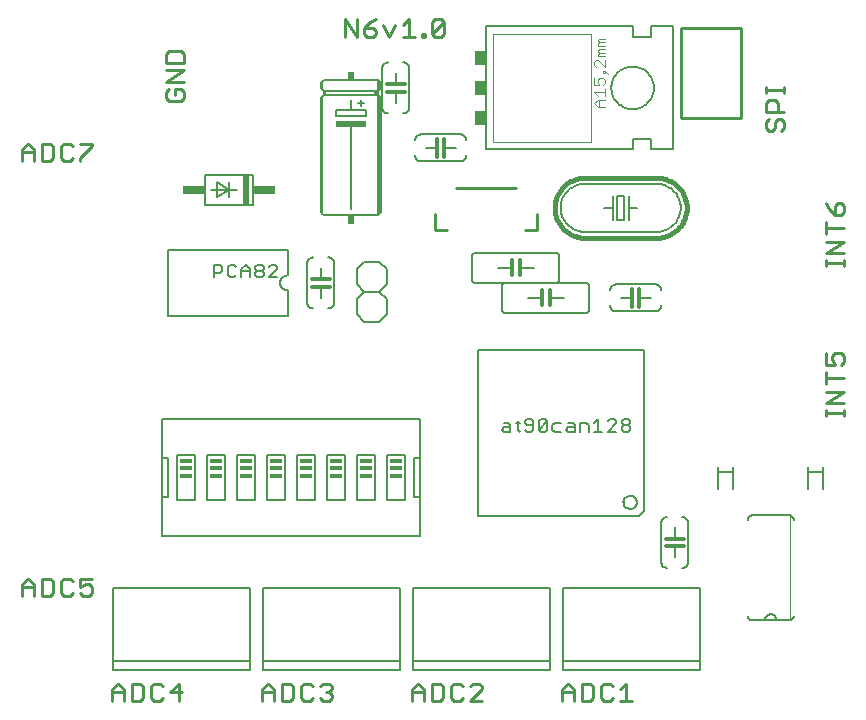
<source format=gto>
G75*
G70*
%OFA0B0*%
%FSLAX24Y24*%
%IPPOS*%
%LPD*%
%AMOC8*
5,1,8,0,0,1.08239X$1,22.5*
%
%ADD10C,0.0110*%
%ADD11C,0.0080*%
%ADD12C,0.0160*%
%ADD13C,0.0060*%
%ADD14C,0.0120*%
%ADD15R,0.0200X0.1000*%
%ADD16R,0.0750X0.0300*%
%ADD17C,0.0100*%
%ADD18R,0.1000X0.0200*%
%ADD19R,0.0200X0.0300*%
%ADD20C,0.0020*%
%ADD21C,0.0040*%
%ADD22R,0.0350X0.0500*%
%ADD23R,0.0400X0.0150*%
D10*
X003656Y000398D02*
X003656Y000791D01*
X003853Y000988D01*
X004049Y000791D01*
X004049Y000398D01*
X004300Y000398D02*
X004596Y000398D01*
X004694Y000496D01*
X004694Y000890D01*
X004596Y000988D01*
X004300Y000988D01*
X004300Y000398D01*
X004049Y000693D02*
X003656Y000693D01*
X004945Y000496D02*
X005043Y000398D01*
X005240Y000398D01*
X005339Y000496D01*
X005589Y000693D02*
X005983Y000693D01*
X005885Y000398D02*
X005885Y000988D01*
X005589Y000693D01*
X005339Y000890D02*
X005240Y000988D01*
X005043Y000988D01*
X004945Y000890D01*
X004945Y000496D01*
X008656Y000398D02*
X008656Y000791D01*
X008853Y000988D01*
X009049Y000791D01*
X009049Y000398D01*
X009300Y000398D02*
X009596Y000398D01*
X009694Y000496D01*
X009694Y000890D01*
X009596Y000988D01*
X009300Y000988D01*
X009300Y000398D01*
X009049Y000693D02*
X008656Y000693D01*
X009945Y000496D02*
X010043Y000398D01*
X010240Y000398D01*
X010339Y000496D01*
X010589Y000496D02*
X010688Y000398D01*
X010885Y000398D01*
X010983Y000496D01*
X010983Y000594D01*
X010885Y000693D01*
X010786Y000693D01*
X010885Y000693D02*
X010983Y000791D01*
X010983Y000890D01*
X010885Y000988D01*
X010688Y000988D01*
X010589Y000890D01*
X010339Y000890D02*
X010240Y000988D01*
X010043Y000988D01*
X009945Y000890D01*
X009945Y000496D01*
X013656Y000398D02*
X013656Y000791D01*
X013853Y000988D01*
X014049Y000791D01*
X014049Y000398D01*
X014300Y000398D02*
X014596Y000398D01*
X014694Y000496D01*
X014694Y000890D01*
X014596Y000988D01*
X014300Y000988D01*
X014300Y000398D01*
X014049Y000693D02*
X013656Y000693D01*
X014945Y000496D02*
X015043Y000398D01*
X015240Y000398D01*
X015339Y000496D01*
X015589Y000398D02*
X015983Y000791D01*
X015983Y000890D01*
X015885Y000988D01*
X015688Y000988D01*
X015589Y000890D01*
X015339Y000890D02*
X015240Y000988D01*
X015043Y000988D01*
X014945Y000890D01*
X014945Y000496D01*
X015589Y000398D02*
X015983Y000398D01*
X018656Y000398D02*
X018656Y000791D01*
X018853Y000988D01*
X019049Y000791D01*
X019049Y000398D01*
X019300Y000398D02*
X019596Y000398D01*
X019694Y000496D01*
X019694Y000890D01*
X019596Y000988D01*
X019300Y000988D01*
X019300Y000398D01*
X019049Y000693D02*
X018656Y000693D01*
X019945Y000496D02*
X020043Y000398D01*
X020240Y000398D01*
X020339Y000496D01*
X020589Y000398D02*
X020983Y000398D01*
X020786Y000398D02*
X020786Y000988D01*
X020589Y000791D01*
X020339Y000890D02*
X020240Y000988D01*
X020043Y000988D01*
X019945Y000890D01*
X019945Y000496D01*
X027455Y009898D02*
X027455Y010094D01*
X027455Y009996D02*
X028046Y009996D01*
X028046Y009898D02*
X028046Y010094D01*
X028046Y010327D02*
X027455Y010327D01*
X028046Y010721D01*
X027455Y010721D01*
X027455Y010972D02*
X027455Y011366D01*
X027455Y011169D02*
X028046Y011169D01*
X027947Y011616D02*
X028046Y011715D01*
X028046Y011912D01*
X027947Y012010D01*
X027751Y012010D01*
X027652Y011912D01*
X027652Y011813D01*
X027751Y011616D01*
X027455Y011616D01*
X027455Y012010D01*
X027455Y014898D02*
X027455Y015094D01*
X027455Y014996D02*
X028046Y014996D01*
X028046Y014898D02*
X028046Y015094D01*
X028046Y015327D02*
X027455Y015327D01*
X028046Y015721D01*
X027455Y015721D01*
X027455Y015972D02*
X027455Y016366D01*
X027455Y016169D02*
X028046Y016169D01*
X027947Y016616D02*
X027751Y016616D01*
X027751Y016912D01*
X027849Y017010D01*
X027947Y017010D01*
X028046Y016912D01*
X028046Y016715D01*
X027947Y016616D01*
X027751Y016616D02*
X027554Y016813D01*
X027455Y017010D01*
X025947Y019398D02*
X026046Y019496D01*
X026046Y019693D01*
X025947Y019791D01*
X025849Y019791D01*
X025751Y019693D01*
X025751Y019496D01*
X025652Y019398D01*
X025554Y019398D01*
X025455Y019496D01*
X025455Y019693D01*
X025554Y019791D01*
X025455Y020042D02*
X025455Y020337D01*
X025554Y020436D01*
X025751Y020436D01*
X025849Y020337D01*
X025849Y020042D01*
X026046Y020042D02*
X025455Y020042D01*
X025455Y020687D02*
X025455Y020884D01*
X025455Y020785D02*
X026046Y020785D01*
X026046Y020687D02*
X026046Y020884D01*
X014700Y022646D02*
X014601Y022548D01*
X014405Y022548D01*
X014306Y022646D01*
X014700Y023040D01*
X014700Y022646D01*
X014306Y022646D02*
X014306Y023040D01*
X014405Y023138D01*
X014601Y023138D01*
X014700Y023040D01*
X014082Y022646D02*
X014082Y022548D01*
X013984Y022548D01*
X013984Y022646D01*
X014082Y022646D01*
X013733Y022548D02*
X013339Y022548D01*
X013536Y022548D02*
X013536Y023138D01*
X013339Y022941D01*
X013089Y022941D02*
X012892Y022548D01*
X012695Y022941D01*
X012444Y022744D02*
X012346Y022843D01*
X012050Y022843D01*
X012050Y022646D01*
X012149Y022548D01*
X012346Y022548D01*
X012444Y022646D01*
X012444Y022744D01*
X012247Y023040D02*
X012050Y022843D01*
X012247Y023040D02*
X012444Y023138D01*
X011799Y023138D02*
X011799Y022548D01*
X011406Y023138D01*
X011406Y022548D01*
X006046Y021982D02*
X006046Y021687D01*
X005455Y021687D01*
X005455Y021982D01*
X005554Y022080D01*
X005947Y022080D01*
X006046Y021982D01*
X006046Y021436D02*
X005455Y021436D01*
X005455Y021042D02*
X006046Y021436D01*
X006046Y021042D02*
X005455Y021042D01*
X005554Y020791D02*
X005455Y020693D01*
X005455Y020496D01*
X005554Y020398D01*
X005947Y020398D01*
X006046Y020496D01*
X006046Y020693D01*
X005947Y020791D01*
X005751Y020791D01*
X005751Y020594D01*
X002983Y018988D02*
X002983Y018890D01*
X002589Y018496D01*
X002589Y018398D01*
X002339Y018496D02*
X002240Y018398D01*
X002043Y018398D01*
X001945Y018496D01*
X001945Y018890D01*
X002043Y018988D01*
X002240Y018988D01*
X002339Y018890D01*
X002589Y018988D02*
X002983Y018988D01*
X001694Y018890D02*
X001694Y018496D01*
X001596Y018398D01*
X001300Y018398D01*
X001300Y018988D01*
X001596Y018988D01*
X001694Y018890D01*
X001049Y018791D02*
X001049Y018398D01*
X001049Y018693D02*
X000656Y018693D01*
X000656Y018791D02*
X000853Y018988D01*
X001049Y018791D01*
X000656Y018791D02*
X000656Y018398D01*
X000853Y004488D02*
X001049Y004291D01*
X001049Y003898D01*
X001300Y003898D02*
X001596Y003898D01*
X001694Y003996D01*
X001694Y004390D01*
X001596Y004488D01*
X001300Y004488D01*
X001300Y003898D01*
X001049Y004193D02*
X000656Y004193D01*
X000656Y004291D02*
X000853Y004488D01*
X000656Y004291D02*
X000656Y003898D01*
X001945Y003996D02*
X002043Y003898D01*
X002240Y003898D01*
X002339Y003996D01*
X002589Y003996D02*
X002688Y003898D01*
X002885Y003898D01*
X002983Y003996D01*
X002983Y004193D01*
X002885Y004291D01*
X002786Y004291D01*
X002589Y004193D01*
X002589Y004488D01*
X002983Y004488D01*
X002339Y004390D02*
X002240Y004488D01*
X002043Y004488D01*
X001945Y004390D01*
X001945Y003996D01*
D11*
X003695Y004181D02*
X003695Y001740D01*
X008262Y001740D01*
X008262Y001425D01*
X003695Y001425D01*
X003695Y001740D01*
X003695Y004181D02*
X008262Y004181D01*
X008262Y001740D01*
X008695Y001740D02*
X013262Y001740D01*
X013262Y001425D01*
X008695Y001425D01*
X008695Y001740D01*
X008695Y004181D01*
X013262Y004181D01*
X013262Y001740D01*
X013695Y001740D02*
X013695Y001425D01*
X018262Y001425D01*
X018262Y001740D01*
X013695Y001740D01*
X013695Y004181D01*
X018262Y004181D01*
X018262Y001740D01*
X018695Y001740D02*
X023262Y001740D01*
X023262Y001425D01*
X018695Y001425D01*
X018695Y001740D01*
X018695Y004181D01*
X023262Y004181D01*
X023262Y001740D01*
X023845Y007488D02*
X023845Y008040D01*
X024357Y008040D01*
X024357Y007488D01*
X024357Y008040D02*
X024357Y008197D01*
X023845Y008197D02*
X023845Y008040D01*
X020911Y009453D02*
X020841Y009383D01*
X020701Y009383D01*
X020631Y009453D01*
X020631Y009523D01*
X020701Y009593D01*
X020841Y009593D01*
X020911Y009523D01*
X020911Y009453D01*
X020841Y009593D02*
X020911Y009663D01*
X020911Y009733D01*
X020841Y009803D01*
X020701Y009803D01*
X020631Y009733D01*
X020631Y009663D01*
X020701Y009593D01*
X020450Y009663D02*
X020450Y009733D01*
X020380Y009803D01*
X020240Y009803D01*
X020170Y009733D01*
X020450Y009663D02*
X020170Y009383D01*
X020450Y009383D01*
X019990Y009383D02*
X019710Y009383D01*
X019850Y009383D02*
X019850Y009803D01*
X019710Y009663D01*
X019530Y009593D02*
X019530Y009383D01*
X019530Y009593D02*
X019460Y009663D01*
X019249Y009663D01*
X019249Y009383D01*
X019069Y009383D02*
X018859Y009383D01*
X018789Y009453D01*
X018859Y009523D01*
X019069Y009523D01*
X019069Y009593D02*
X019069Y009383D01*
X019069Y009593D02*
X018999Y009663D01*
X018859Y009663D01*
X018609Y009663D02*
X018399Y009663D01*
X018329Y009593D01*
X018329Y009453D01*
X018399Y009383D01*
X018609Y009383D01*
X018149Y009453D02*
X018149Y009733D01*
X017868Y009453D01*
X017938Y009383D01*
X018079Y009383D01*
X018149Y009453D01*
X018149Y009733D02*
X018079Y009803D01*
X017938Y009803D01*
X017868Y009733D01*
X017868Y009453D01*
X017688Y009453D02*
X017688Y009733D01*
X017618Y009803D01*
X017478Y009803D01*
X017408Y009733D01*
X017408Y009663D01*
X017478Y009593D01*
X017688Y009593D01*
X017688Y009453D02*
X017618Y009383D01*
X017478Y009383D01*
X017408Y009453D01*
X017241Y009383D02*
X017171Y009453D01*
X017171Y009733D01*
X017101Y009663D02*
X017241Y009663D01*
X016921Y009593D02*
X016921Y009383D01*
X016711Y009383D01*
X016641Y009453D01*
X016711Y009523D01*
X016921Y009523D01*
X016921Y009593D02*
X016851Y009663D01*
X016711Y009663D01*
X013901Y009793D02*
X013901Y008493D01*
X013901Y007193D01*
X013701Y007193D01*
X013701Y008493D01*
X013901Y008493D01*
X013401Y008593D02*
X012801Y008593D01*
X012801Y007093D01*
X013401Y007093D01*
X013401Y008593D01*
X012401Y008593D02*
X011801Y008593D01*
X011801Y007093D01*
X012401Y007093D01*
X012401Y008593D01*
X011401Y008593D02*
X010801Y008593D01*
X010801Y007093D01*
X011401Y007093D01*
X011401Y008593D01*
X010401Y008593D02*
X009801Y008593D01*
X009801Y007093D01*
X010401Y007093D01*
X010401Y008593D01*
X009401Y008593D02*
X008801Y008593D01*
X008801Y007093D01*
X009401Y007093D01*
X009401Y008593D01*
X008401Y008593D02*
X007801Y008593D01*
X007801Y007093D01*
X008401Y007093D01*
X008401Y008593D01*
X007401Y008593D02*
X006801Y008593D01*
X006801Y007093D01*
X007401Y007093D01*
X007401Y008593D01*
X006401Y008593D02*
X005801Y008593D01*
X005801Y007093D01*
X006401Y007093D01*
X006401Y008593D01*
X005501Y008493D02*
X005301Y008493D01*
X005301Y007193D01*
X005301Y005893D01*
X013901Y005893D01*
X013901Y007193D01*
X013901Y009793D02*
X005301Y009793D01*
X005301Y008493D01*
X005501Y008493D02*
X005501Y007193D01*
X005301Y007193D01*
X007041Y014533D02*
X007041Y014953D01*
X007251Y014953D01*
X007321Y014883D01*
X007321Y014743D01*
X007251Y014673D01*
X007041Y014673D01*
X007501Y014603D02*
X007571Y014533D01*
X007711Y014533D01*
X007781Y014603D01*
X007961Y014533D02*
X007961Y014813D01*
X008102Y014953D01*
X008242Y014813D01*
X008242Y014533D01*
X008422Y014603D02*
X008422Y014673D01*
X008492Y014743D01*
X008632Y014743D01*
X008702Y014673D01*
X008702Y014603D01*
X008632Y014533D01*
X008492Y014533D01*
X008422Y014603D01*
X008492Y014743D02*
X008422Y014813D01*
X008422Y014883D01*
X008492Y014953D01*
X008632Y014953D01*
X008702Y014883D01*
X008702Y014813D01*
X008632Y014743D01*
X008882Y014883D02*
X008952Y014953D01*
X009092Y014953D01*
X009162Y014883D01*
X009162Y014813D01*
X008882Y014533D01*
X009162Y014533D01*
X008242Y014743D02*
X007961Y014743D01*
X007781Y014883D02*
X007711Y014953D01*
X007571Y014953D01*
X007501Y014883D01*
X007501Y014603D01*
X026845Y008197D02*
X026845Y008040D01*
X027357Y008040D01*
X027357Y007488D01*
X026845Y007488D02*
X026845Y008040D01*
X027357Y008040D02*
X027357Y008197D01*
D12*
X021801Y015843D02*
X019401Y015843D01*
X019339Y015845D01*
X019278Y015851D01*
X019217Y015860D01*
X019157Y015873D01*
X019098Y015890D01*
X019040Y015911D01*
X018983Y015935D01*
X018928Y015962D01*
X018875Y015993D01*
X018823Y016027D01*
X018774Y016064D01*
X018727Y016104D01*
X018683Y016147D01*
X018642Y016192D01*
X018603Y016240D01*
X018567Y016291D01*
X018535Y016343D01*
X018506Y016397D01*
X018480Y016453D01*
X018458Y016511D01*
X018439Y016569D01*
X018424Y016629D01*
X018413Y016690D01*
X018405Y016751D01*
X018401Y016812D01*
X018401Y016874D01*
X018405Y016935D01*
X018413Y016996D01*
X018424Y017057D01*
X018439Y017117D01*
X018458Y017175D01*
X018480Y017233D01*
X018506Y017289D01*
X018535Y017343D01*
X018567Y017395D01*
X018603Y017446D01*
X018642Y017494D01*
X018683Y017539D01*
X018727Y017582D01*
X018774Y017622D01*
X018823Y017659D01*
X018875Y017693D01*
X018928Y017724D01*
X018983Y017751D01*
X019040Y017775D01*
X019098Y017796D01*
X019157Y017813D01*
X019217Y017826D01*
X019278Y017835D01*
X019339Y017841D01*
X019401Y017843D01*
X021801Y017843D01*
X021863Y017841D01*
X021924Y017835D01*
X021985Y017826D01*
X022045Y017813D01*
X022104Y017796D01*
X022162Y017775D01*
X022219Y017751D01*
X022274Y017724D01*
X022327Y017693D01*
X022379Y017659D01*
X022428Y017622D01*
X022475Y017582D01*
X022519Y017539D01*
X022560Y017494D01*
X022599Y017446D01*
X022635Y017395D01*
X022667Y017343D01*
X022696Y017289D01*
X022722Y017233D01*
X022744Y017175D01*
X022763Y017117D01*
X022778Y017057D01*
X022789Y016996D01*
X022797Y016935D01*
X022801Y016874D01*
X022801Y016812D01*
X022797Y016751D01*
X022789Y016690D01*
X022778Y016629D01*
X022763Y016569D01*
X022744Y016511D01*
X022722Y016453D01*
X022696Y016397D01*
X022667Y016343D01*
X022635Y016291D01*
X022599Y016240D01*
X022560Y016192D01*
X022519Y016147D01*
X022475Y016104D01*
X022428Y016064D01*
X022379Y016027D01*
X022327Y015993D01*
X022274Y015962D01*
X022219Y015935D01*
X022162Y015911D01*
X022104Y015890D01*
X022045Y015873D01*
X021985Y015860D01*
X021924Y015851D01*
X021863Y015845D01*
X021801Y015843D01*
D13*
X021801Y016043D02*
X019401Y016043D01*
X019345Y016045D01*
X019290Y016051D01*
X019235Y016060D01*
X019180Y016074D01*
X019127Y016091D01*
X019076Y016112D01*
X019025Y016137D01*
X018977Y016165D01*
X018931Y016196D01*
X018887Y016230D01*
X018845Y016268D01*
X018806Y016308D01*
X018771Y016350D01*
X018738Y016396D01*
X018708Y016443D01*
X018682Y016492D01*
X018659Y016543D01*
X018640Y016596D01*
X018625Y016649D01*
X018613Y016704D01*
X018605Y016759D01*
X018601Y016815D01*
X018601Y016871D01*
X018605Y016927D01*
X018613Y016982D01*
X018625Y017037D01*
X018640Y017090D01*
X018659Y017143D01*
X018682Y017194D01*
X018708Y017243D01*
X018738Y017290D01*
X018771Y017336D01*
X018806Y017378D01*
X018845Y017418D01*
X018887Y017456D01*
X018931Y017490D01*
X018977Y017521D01*
X019025Y017549D01*
X019076Y017574D01*
X019127Y017595D01*
X019180Y017612D01*
X019235Y017626D01*
X019290Y017635D01*
X019345Y017641D01*
X019401Y017643D01*
X021801Y017643D01*
X020871Y017243D02*
X020871Y016843D01*
X020871Y016443D01*
X020721Y016443D02*
X020721Y017243D01*
X020471Y017243D01*
X020471Y016443D01*
X020721Y016443D01*
X020331Y016443D02*
X020331Y016843D01*
X020051Y016843D01*
X020331Y016843D02*
X020331Y017243D01*
X020871Y016843D02*
X021151Y016843D01*
X021801Y016043D02*
X021857Y016045D01*
X021912Y016051D01*
X021967Y016060D01*
X022022Y016074D01*
X022075Y016091D01*
X022126Y016112D01*
X022177Y016137D01*
X022225Y016165D01*
X022271Y016196D01*
X022315Y016230D01*
X022357Y016268D01*
X022396Y016308D01*
X022431Y016350D01*
X022464Y016396D01*
X022494Y016443D01*
X022520Y016492D01*
X022543Y016543D01*
X022562Y016596D01*
X022577Y016649D01*
X022589Y016704D01*
X022597Y016759D01*
X022601Y016815D01*
X022601Y016871D01*
X022597Y016927D01*
X022589Y016982D01*
X022577Y017037D01*
X022562Y017090D01*
X022543Y017143D01*
X022520Y017194D01*
X022494Y017243D01*
X022464Y017290D01*
X022431Y017336D01*
X022396Y017378D01*
X022357Y017418D01*
X022315Y017456D01*
X022271Y017490D01*
X022225Y017521D01*
X022177Y017549D01*
X022126Y017574D01*
X022075Y017595D01*
X022022Y017612D01*
X021967Y017626D01*
X021912Y017635D01*
X021857Y017641D01*
X021801Y017643D01*
X021601Y018793D02*
X022351Y018793D01*
X022351Y022893D01*
X021601Y022893D01*
X021601Y022543D01*
X021001Y022543D01*
X021001Y022893D01*
X016101Y022893D01*
X016101Y018793D01*
X021001Y018793D01*
X021001Y019143D01*
X021601Y019143D01*
X021601Y018793D01*
X020291Y020843D02*
X020293Y020896D01*
X020299Y020949D01*
X020309Y021001D01*
X020323Y021052D01*
X020340Y021102D01*
X020361Y021151D01*
X020386Y021198D01*
X020414Y021243D01*
X020446Y021286D01*
X020481Y021326D01*
X020518Y021363D01*
X020558Y021398D01*
X020601Y021430D01*
X020646Y021458D01*
X020693Y021483D01*
X020742Y021504D01*
X020792Y021521D01*
X020843Y021535D01*
X020895Y021545D01*
X020948Y021551D01*
X021001Y021553D01*
X021054Y021551D01*
X021107Y021545D01*
X021159Y021535D01*
X021210Y021521D01*
X021260Y021504D01*
X021309Y021483D01*
X021356Y021458D01*
X021401Y021430D01*
X021444Y021398D01*
X021484Y021363D01*
X021521Y021326D01*
X021556Y021286D01*
X021588Y021243D01*
X021616Y021198D01*
X021641Y021151D01*
X021662Y021102D01*
X021679Y021052D01*
X021693Y021001D01*
X021703Y020949D01*
X021709Y020896D01*
X021711Y020843D01*
X021709Y020790D01*
X021703Y020737D01*
X021693Y020685D01*
X021679Y020634D01*
X021662Y020584D01*
X021641Y020535D01*
X021616Y020488D01*
X021588Y020443D01*
X021556Y020400D01*
X021521Y020360D01*
X021484Y020323D01*
X021444Y020288D01*
X021401Y020256D01*
X021356Y020228D01*
X021309Y020203D01*
X021260Y020182D01*
X021210Y020165D01*
X021159Y020151D01*
X021107Y020141D01*
X021054Y020135D01*
X021001Y020133D01*
X020948Y020135D01*
X020895Y020141D01*
X020843Y020151D01*
X020792Y020165D01*
X020742Y020182D01*
X020693Y020203D01*
X020646Y020228D01*
X020601Y020256D01*
X020558Y020288D01*
X020518Y020323D01*
X020481Y020360D01*
X020446Y020400D01*
X020414Y020443D01*
X020386Y020488D01*
X020361Y020535D01*
X020340Y020584D01*
X020323Y020634D01*
X020309Y020685D01*
X020299Y020737D01*
X020293Y020790D01*
X020291Y020843D01*
X015251Y019293D02*
X013951Y019293D01*
X013925Y019291D01*
X013899Y019286D01*
X013874Y019278D01*
X013851Y019266D01*
X013829Y019252D01*
X013810Y019234D01*
X013792Y019215D01*
X013778Y019193D01*
X013766Y019170D01*
X013758Y019145D01*
X013753Y019119D01*
X013751Y019093D01*
X014101Y018843D02*
X014471Y018843D01*
X014721Y018843D02*
X015101Y018843D01*
X015451Y019093D02*
X015449Y019119D01*
X015444Y019145D01*
X015436Y019170D01*
X015424Y019193D01*
X015410Y019215D01*
X015392Y019234D01*
X015373Y019252D01*
X015351Y019266D01*
X015328Y019278D01*
X015303Y019286D01*
X015277Y019291D01*
X015251Y019293D01*
X015451Y018593D02*
X015449Y018567D01*
X015444Y018541D01*
X015436Y018516D01*
X015424Y018493D01*
X015410Y018471D01*
X015392Y018452D01*
X015373Y018434D01*
X015351Y018420D01*
X015328Y018408D01*
X015303Y018400D01*
X015277Y018395D01*
X015251Y018393D01*
X013951Y018393D01*
X013925Y018395D01*
X013899Y018400D01*
X013874Y018408D01*
X013851Y018420D01*
X013829Y018434D01*
X013810Y018452D01*
X013792Y018471D01*
X013778Y018493D01*
X013766Y018516D01*
X013758Y018541D01*
X013753Y018567D01*
X013751Y018593D01*
X013551Y020193D02*
X013551Y021493D01*
X013549Y021519D01*
X013544Y021545D01*
X013536Y021570D01*
X013524Y021593D01*
X013510Y021615D01*
X013492Y021634D01*
X013473Y021652D01*
X013451Y021666D01*
X013428Y021678D01*
X013403Y021686D01*
X013377Y021691D01*
X013351Y021693D01*
X013101Y021343D02*
X013101Y020963D01*
X013101Y020713D02*
X013101Y020343D01*
X013351Y019993D02*
X013377Y019995D01*
X013403Y020000D01*
X013428Y020008D01*
X013451Y020020D01*
X013473Y020034D01*
X013492Y020052D01*
X013510Y020071D01*
X013524Y020093D01*
X013536Y020116D01*
X013544Y020141D01*
X013549Y020167D01*
X013551Y020193D01*
X012851Y019993D02*
X012825Y019995D01*
X012799Y020000D01*
X012774Y020008D01*
X012751Y020020D01*
X012729Y020034D01*
X012710Y020052D01*
X012692Y020071D01*
X012678Y020093D01*
X012666Y020116D01*
X012658Y020141D01*
X012653Y020167D01*
X012651Y020193D01*
X012651Y021493D01*
X012653Y021519D01*
X012658Y021545D01*
X012666Y021570D01*
X012678Y021593D01*
X012692Y021615D01*
X012710Y021634D01*
X012729Y021652D01*
X012751Y021666D01*
X012774Y021678D01*
X012799Y021686D01*
X012825Y021691D01*
X012851Y021693D01*
X012501Y021093D02*
X012501Y020743D01*
X012501Y020593D01*
X012501Y016593D01*
X010701Y016593D01*
X010651Y016643D01*
X010601Y016693D01*
X010601Y020493D01*
X010621Y020493D01*
X010621Y016693D01*
X010651Y016643D02*
X010651Y020543D01*
X010601Y020493D01*
X010651Y020543D02*
X010701Y020593D01*
X010721Y020593D01*
X010721Y020743D01*
X010701Y020743D01*
X010651Y020793D01*
X010651Y021043D01*
X010601Y020993D01*
X010621Y020993D01*
X010621Y020843D01*
X010601Y020843D02*
X010601Y020993D01*
X010651Y021043D02*
X010701Y021093D01*
X012501Y021093D01*
X012601Y020993D01*
X012601Y020843D01*
X012501Y020743D01*
X012401Y020743D01*
X010751Y020743D01*
X010751Y020593D01*
X010721Y020593D01*
X010701Y020593D02*
X010701Y020743D01*
X010721Y020743D02*
X010751Y020743D01*
X010651Y020793D02*
X010601Y020843D01*
X010751Y020593D02*
X012401Y020593D01*
X012401Y020743D01*
X012401Y020593D02*
X012501Y020593D01*
X012601Y020493D01*
X012601Y016693D01*
X012501Y016593D01*
X011601Y016793D02*
X011601Y019593D01*
X011101Y019893D02*
X012101Y019893D01*
X012101Y020093D01*
X011601Y020093D01*
X011101Y020093D01*
X011101Y019893D01*
X011601Y020093D02*
X011601Y020443D01*
X011851Y020343D02*
X012051Y020343D01*
X011951Y020443D02*
X011951Y020243D01*
X008351Y017943D02*
X008351Y016943D01*
X006751Y016943D01*
X006751Y017943D01*
X008351Y017943D01*
X007801Y017443D02*
X007551Y017443D01*
X007551Y017693D01*
X007551Y017443D02*
X007551Y017193D01*
X007551Y017443D02*
X007151Y017193D01*
X007151Y017693D01*
X007551Y017443D01*
X006951Y017443D01*
X005501Y015443D02*
X005501Y013243D01*
X009501Y013243D01*
X009501Y014093D01*
X009471Y014095D01*
X009441Y014100D01*
X009412Y014109D01*
X009385Y014122D01*
X009359Y014137D01*
X009335Y014156D01*
X009314Y014177D01*
X009295Y014201D01*
X009280Y014227D01*
X009267Y014254D01*
X009258Y014283D01*
X009253Y014313D01*
X009251Y014343D01*
X009253Y014373D01*
X009258Y014403D01*
X009267Y014432D01*
X009280Y014459D01*
X009295Y014485D01*
X009314Y014509D01*
X009335Y014530D01*
X009359Y014549D01*
X009385Y014564D01*
X009412Y014577D01*
X009441Y014586D01*
X009471Y014591D01*
X009501Y014593D01*
X009501Y015443D01*
X005501Y015443D01*
X010151Y014993D02*
X010151Y013693D01*
X010153Y013667D01*
X010158Y013641D01*
X010166Y013616D01*
X010178Y013593D01*
X010192Y013571D01*
X010210Y013552D01*
X010229Y013534D01*
X010251Y013520D01*
X010274Y013508D01*
X010299Y013500D01*
X010325Y013495D01*
X010351Y013493D01*
X010601Y013843D02*
X010601Y014213D01*
X010601Y014463D02*
X010601Y014843D01*
X010851Y015193D02*
X010877Y015191D01*
X010903Y015186D01*
X010928Y015178D01*
X010951Y015166D01*
X010973Y015152D01*
X010992Y015134D01*
X011010Y015115D01*
X011024Y015093D01*
X011036Y015070D01*
X011044Y015045D01*
X011049Y015019D01*
X011051Y014993D01*
X011051Y013693D01*
X011049Y013667D01*
X011044Y013641D01*
X011036Y013616D01*
X011024Y013593D01*
X011010Y013571D01*
X010992Y013552D01*
X010973Y013534D01*
X010951Y013520D01*
X010928Y013508D01*
X010903Y013500D01*
X010877Y013495D01*
X010851Y013493D01*
X011801Y013293D02*
X012051Y013043D01*
X012551Y013043D01*
X012801Y013293D01*
X012801Y013793D01*
X012551Y014043D01*
X012801Y014293D01*
X012801Y014793D01*
X012551Y015043D01*
X012051Y015043D01*
X011801Y014793D01*
X011801Y014293D01*
X012051Y014043D01*
X012551Y014043D01*
X012051Y014043D02*
X011801Y013793D01*
X011801Y013293D01*
X010151Y014993D02*
X010153Y015019D01*
X010158Y015045D01*
X010166Y015070D01*
X010178Y015093D01*
X010192Y015115D01*
X010210Y015134D01*
X010229Y015152D01*
X010251Y015166D01*
X010274Y015178D01*
X010299Y015186D01*
X010325Y015191D01*
X010351Y015193D01*
X015651Y015243D02*
X015651Y014443D01*
X015653Y014426D01*
X015657Y014409D01*
X015664Y014393D01*
X015674Y014379D01*
X015687Y014366D01*
X015701Y014356D01*
X015717Y014349D01*
X015734Y014345D01*
X015751Y014343D01*
X018451Y014343D01*
X018468Y014345D01*
X018485Y014349D01*
X018501Y014356D01*
X018515Y014366D01*
X018528Y014379D01*
X018538Y014393D01*
X018545Y014409D01*
X018549Y014426D01*
X018551Y014443D01*
X018551Y015243D01*
X018549Y015260D01*
X018545Y015277D01*
X018538Y015293D01*
X018528Y015307D01*
X018515Y015320D01*
X018501Y015330D01*
X018485Y015337D01*
X018468Y015341D01*
X018451Y015343D01*
X015751Y015343D01*
X015734Y015341D01*
X015717Y015337D01*
X015701Y015330D01*
X015687Y015320D01*
X015674Y015307D01*
X015664Y015293D01*
X015657Y015277D01*
X015653Y015260D01*
X015651Y015243D01*
X016501Y014843D02*
X016981Y014843D01*
X017231Y014843D02*
X017701Y014843D01*
X017501Y013843D02*
X017981Y013843D01*
X018231Y013843D02*
X018701Y013843D01*
X019451Y014343D02*
X019468Y014341D01*
X019485Y014337D01*
X019501Y014330D01*
X019515Y014320D01*
X019528Y014307D01*
X019538Y014293D01*
X019545Y014277D01*
X019549Y014260D01*
X019551Y014243D01*
X019551Y013443D01*
X019549Y013426D01*
X019545Y013409D01*
X019538Y013393D01*
X019528Y013379D01*
X019515Y013366D01*
X019501Y013356D01*
X019485Y013349D01*
X019468Y013345D01*
X019451Y013343D01*
X016751Y013343D01*
X016734Y013345D01*
X016717Y013349D01*
X016701Y013356D01*
X016687Y013366D01*
X016674Y013379D01*
X016664Y013393D01*
X016657Y013409D01*
X016653Y013426D01*
X016651Y013443D01*
X016651Y014243D01*
X016653Y014260D01*
X016657Y014277D01*
X016664Y014293D01*
X016674Y014307D01*
X016687Y014320D01*
X016701Y014330D01*
X016717Y014337D01*
X016734Y014341D01*
X016751Y014343D01*
X019451Y014343D01*
X020451Y014293D02*
X021751Y014293D01*
X021777Y014291D01*
X021803Y014286D01*
X021828Y014278D01*
X021851Y014266D01*
X021873Y014252D01*
X021892Y014234D01*
X021910Y014215D01*
X021924Y014193D01*
X021936Y014170D01*
X021944Y014145D01*
X021949Y014119D01*
X021951Y014093D01*
X021601Y013843D02*
X021221Y013843D01*
X020971Y013843D02*
X020601Y013843D01*
X020251Y014093D02*
X020253Y014119D01*
X020258Y014145D01*
X020266Y014170D01*
X020278Y014193D01*
X020292Y014215D01*
X020310Y014234D01*
X020329Y014252D01*
X020351Y014266D01*
X020374Y014278D01*
X020399Y014286D01*
X020425Y014291D01*
X020451Y014293D01*
X020251Y013593D02*
X020253Y013567D01*
X020258Y013541D01*
X020266Y013516D01*
X020278Y013493D01*
X020292Y013471D01*
X020310Y013452D01*
X020329Y013434D01*
X020351Y013420D01*
X020374Y013408D01*
X020399Y013400D01*
X020425Y013395D01*
X020451Y013393D01*
X021751Y013393D01*
X021777Y013395D01*
X021803Y013400D01*
X021828Y013408D01*
X021851Y013420D01*
X021873Y013434D01*
X021892Y013452D01*
X021910Y013471D01*
X021924Y013493D01*
X021936Y013516D01*
X021944Y013541D01*
X021949Y013567D01*
X021951Y013593D01*
X021371Y012113D02*
X021371Y006743D01*
X021201Y006573D01*
X015831Y006573D01*
X015831Y012113D01*
X021371Y012113D01*
X020696Y007028D02*
X020698Y007057D01*
X020704Y007086D01*
X020713Y007114D01*
X020727Y007140D01*
X020743Y007164D01*
X020763Y007186D01*
X020786Y007205D01*
X020810Y007221D01*
X020837Y007233D01*
X020865Y007242D01*
X020894Y007247D01*
X020923Y007248D01*
X020953Y007245D01*
X020981Y007238D01*
X021009Y007228D01*
X021034Y007213D01*
X021058Y007196D01*
X021079Y007176D01*
X021097Y007153D01*
X021112Y007127D01*
X021124Y007100D01*
X021132Y007072D01*
X021136Y007043D01*
X021136Y007013D01*
X021132Y006984D01*
X021124Y006956D01*
X021112Y006929D01*
X021097Y006903D01*
X021079Y006880D01*
X021058Y006860D01*
X021034Y006843D01*
X021009Y006828D01*
X020981Y006818D01*
X020953Y006811D01*
X020923Y006808D01*
X020894Y006809D01*
X020865Y006814D01*
X020837Y006823D01*
X020810Y006835D01*
X020786Y006851D01*
X020763Y006870D01*
X020743Y006892D01*
X020727Y006916D01*
X020713Y006942D01*
X020704Y006970D01*
X020698Y006999D01*
X020696Y007028D01*
X021951Y006343D02*
X021951Y005043D01*
X021953Y005017D01*
X021958Y004991D01*
X021966Y004966D01*
X021978Y004943D01*
X021992Y004921D01*
X022010Y004902D01*
X022029Y004884D01*
X022051Y004870D01*
X022074Y004858D01*
X022099Y004850D01*
X022125Y004845D01*
X022151Y004843D01*
X022401Y005193D02*
X022401Y005563D01*
X022401Y005813D02*
X022401Y006193D01*
X022651Y006543D02*
X022677Y006541D01*
X022703Y006536D01*
X022728Y006528D01*
X022751Y006516D01*
X022773Y006502D01*
X022792Y006484D01*
X022810Y006465D01*
X022824Y006443D01*
X022836Y006420D01*
X022844Y006395D01*
X022849Y006369D01*
X022851Y006343D01*
X022851Y005043D01*
X022849Y005017D01*
X022844Y004991D01*
X022836Y004966D01*
X022824Y004943D01*
X022810Y004921D01*
X022792Y004902D01*
X022773Y004884D01*
X022751Y004870D01*
X022728Y004858D01*
X022703Y004850D01*
X022677Y004845D01*
X022651Y004843D01*
X021951Y006343D02*
X021953Y006369D01*
X021958Y006395D01*
X021966Y006420D01*
X021978Y006443D01*
X021992Y006465D01*
X022010Y006484D01*
X022029Y006502D01*
X022051Y006516D01*
X022074Y006528D01*
X022099Y006536D01*
X022125Y006541D01*
X022151Y006543D01*
X024981Y006593D02*
X026221Y006593D01*
X026244Y006591D01*
X026267Y006586D01*
X026289Y006577D01*
X026309Y006564D01*
X026327Y006549D01*
X026342Y006531D01*
X026355Y006511D01*
X026364Y006489D01*
X026369Y006466D01*
X026371Y006443D01*
X024981Y006593D02*
X024958Y006591D01*
X024935Y006586D01*
X024913Y006577D01*
X024893Y006564D01*
X024875Y006549D01*
X024860Y006531D01*
X024847Y006511D01*
X024838Y006489D01*
X024833Y006466D01*
X024831Y006443D01*
X024831Y003243D02*
X024833Y003220D01*
X024838Y003197D01*
X024847Y003175D01*
X024860Y003155D01*
X024875Y003137D01*
X024893Y003122D01*
X024913Y003109D01*
X024935Y003100D01*
X024958Y003095D01*
X024981Y003093D01*
X025401Y003093D01*
X025801Y003093D01*
X026221Y003093D01*
X026244Y003095D01*
X026267Y003100D01*
X026289Y003109D01*
X026309Y003122D01*
X026327Y003137D01*
X026342Y003155D01*
X026355Y003175D01*
X026364Y003197D01*
X026369Y003220D01*
X026371Y003243D01*
X025801Y003093D02*
X025799Y003120D01*
X025794Y003147D01*
X025784Y003173D01*
X025772Y003197D01*
X025756Y003219D01*
X025738Y003239D01*
X025716Y003256D01*
X025693Y003271D01*
X025668Y003281D01*
X025642Y003289D01*
X025615Y003293D01*
X025587Y003293D01*
X025560Y003289D01*
X025534Y003281D01*
X025509Y003271D01*
X025486Y003256D01*
X025464Y003239D01*
X025446Y003219D01*
X025430Y003197D01*
X025418Y003173D01*
X025408Y003147D01*
X025403Y003120D01*
X025401Y003093D01*
D14*
X022701Y005563D02*
X022401Y005563D01*
X022101Y005563D01*
X022101Y005813D02*
X022401Y005813D01*
X022701Y005813D01*
X021221Y013543D02*
X021221Y013843D01*
X021221Y014143D01*
X020971Y014143D02*
X020971Y013843D01*
X020971Y013543D01*
X018231Y013593D02*
X018231Y013843D01*
X018231Y014093D01*
X017981Y014093D02*
X017981Y013843D01*
X017981Y013593D01*
X017231Y014593D02*
X017231Y014843D01*
X017231Y015093D01*
X016981Y015093D02*
X016981Y014843D01*
X016981Y014593D01*
X012551Y016693D02*
X012551Y020493D01*
X012451Y020643D02*
X012451Y020693D01*
X012551Y020843D02*
X012551Y020993D01*
X012801Y020963D02*
X013101Y020963D01*
X013401Y020963D01*
X013401Y020713D02*
X013101Y020713D01*
X012801Y020713D01*
X014471Y019143D02*
X014471Y018843D01*
X014471Y018543D01*
X014721Y018543D02*
X014721Y018843D01*
X014721Y019143D01*
X010901Y014463D02*
X010601Y014463D01*
X010301Y014463D01*
X010301Y014213D02*
X010601Y014213D01*
X010901Y014213D01*
D15*
X008101Y017443D03*
D16*
X008726Y017443D03*
X006376Y017443D03*
D17*
X014401Y016643D02*
X014401Y016093D01*
X014801Y016093D01*
X015101Y017493D02*
X017101Y017493D01*
X017801Y016643D02*
X017801Y016093D01*
X017401Y016093D01*
X022601Y019843D02*
X024601Y019843D01*
X024601Y022843D01*
X022601Y022843D01*
X022601Y019843D01*
D18*
X011601Y019643D03*
D19*
X011601Y021243D03*
X011601Y016443D03*
D20*
X016351Y019043D02*
X019601Y019043D01*
X019601Y022643D01*
X016351Y022643D01*
X016351Y019043D01*
X026231Y006593D02*
X026231Y003093D01*
D21*
X020071Y020219D02*
X019837Y020219D01*
X019721Y020335D01*
X019837Y020452D01*
X020071Y020452D01*
X020071Y020578D02*
X020071Y020811D01*
X020071Y020694D02*
X019721Y020694D01*
X019837Y020578D01*
X019896Y020452D02*
X019896Y020219D01*
X019896Y020937D02*
X019837Y021054D01*
X019837Y021112D01*
X019896Y021170D01*
X020012Y021170D01*
X020071Y021112D01*
X020071Y020995D01*
X020012Y020937D01*
X019896Y020937D02*
X019721Y020937D01*
X019721Y021170D01*
X020012Y021354D02*
X020071Y021354D01*
X020071Y021413D01*
X020012Y021413D01*
X020012Y021354D01*
X020071Y021413D02*
X020188Y021296D01*
X020071Y021535D02*
X019837Y021769D01*
X019779Y021769D01*
X019721Y021710D01*
X019721Y021594D01*
X019779Y021535D01*
X020071Y021535D02*
X020071Y021769D01*
X020071Y021894D02*
X019837Y021894D01*
X019837Y021953D01*
X019896Y022011D01*
X019837Y022070D01*
X019896Y022128D01*
X020071Y022128D01*
X020071Y022011D02*
X019896Y022011D01*
X019837Y022254D02*
X019837Y022312D01*
X019896Y022370D01*
X019837Y022429D01*
X019896Y022487D01*
X020071Y022487D01*
X020071Y022370D02*
X019896Y022370D01*
X019837Y022254D02*
X020071Y022254D01*
D22*
X015926Y021843D03*
X015926Y020843D03*
X015926Y019843D03*
D23*
X013101Y008418D03*
X013101Y008168D03*
X013101Y007918D03*
X012101Y007918D03*
X012101Y008168D03*
X012101Y008418D03*
X011101Y008418D03*
X011101Y008168D03*
X011101Y007918D03*
X010101Y007918D03*
X010101Y008168D03*
X010101Y008418D03*
X009101Y008418D03*
X009101Y008168D03*
X009101Y007918D03*
X008101Y007918D03*
X008101Y008168D03*
X008101Y008418D03*
X007101Y008418D03*
X007101Y008168D03*
X007101Y007918D03*
X006101Y007918D03*
X006101Y008168D03*
X006101Y008418D03*
M02*

</source>
